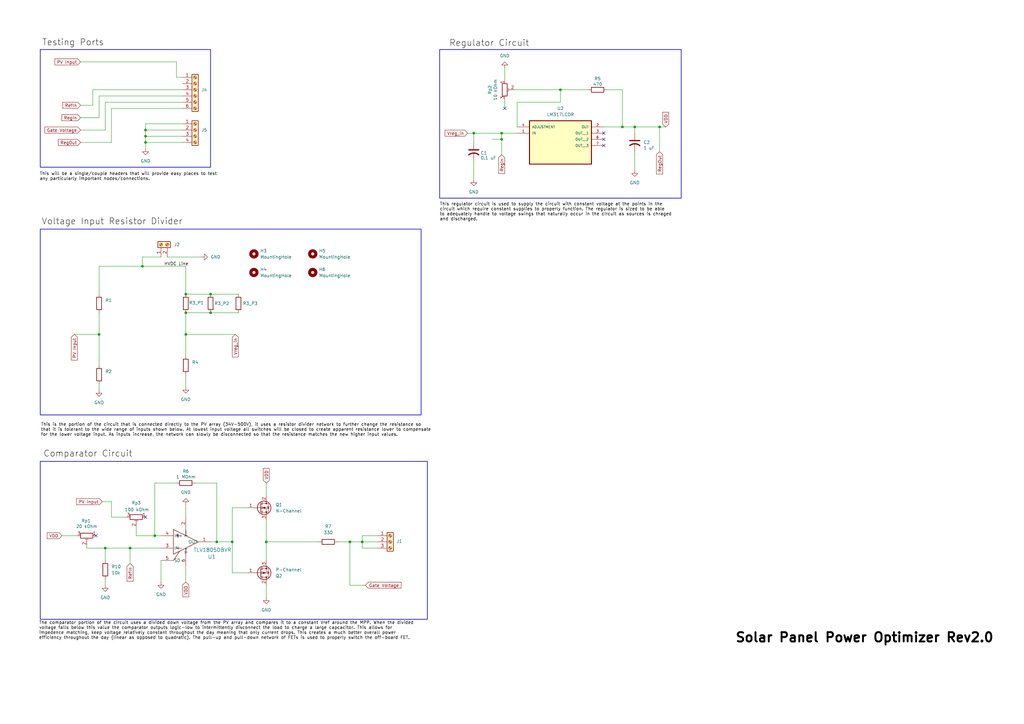
<source format=kicad_sch>
(kicad_sch (version 20250114) (generator "eeschema") (generator_version "9.0")
  (paper "A3")
  (lib_symbols
    (symbol "Connector:Screw_Terminal_01x02" (pin_names (offset 1.016) (hide yes))
      (property "Reference" "J" (at 0 2.54 0))
      (property "Value" "Screw_Terminal_01x02" (at 0 -5.08 0))
      (symbol "Screw_Terminal_01x02_1_1"
        (rectangle (start -1.27 1.27) (end 1.27 -3.81) (stroke (width 0.254)) (fill (type background)))
        (polyline (pts (xy -0.5334 0.3302) (xy 0.3302 -0.508)) (stroke (width 0.1524)))
        (polyline (pts (xy -0.5334 -2.2098) (xy 0.3302 -3.048)) (stroke (width 0.1524)))
        (polyline (pts (xy -0.3556 0.508) (xy 0.508 -0.3302)) (stroke (width 0.1524)))
        (polyline (pts (xy -0.3556 -2.032) (xy 0.508 -2.8702)) (stroke (width 0.1524)))
        (circle (center 0 0) (radius 0.635) (stroke (width 0.1524)))
        (circle (center 0 -2.54) (radius 0.635) (stroke (width 0.1524)))
        (pin passive line (at -5.08 0 0) (length 3.81) (name "Pin_1") (number "1"))
        (pin passive line (at -5.08 -2.54 0) (length 3.81) (name "Pin_2") (number "2"))
      )
    )
    (symbol "Connector:Screw_Terminal_01x03" (pin_names (offset 1.016) (hide yes))
      (property "Reference" "J" (at 0 5.08 0))
      (property "Value" "Screw_Terminal_01x03" (at 0 -5.08 0))
      (symbol "Screw_Terminal_01x03_1_1"
        (rectangle (start -1.27 3.81) (end 1.27 -3.81) (stroke (width 0.254)) (fill (type background)))
        (polyline (pts (xy -0.5334 2.8702) (xy 0.3302 2.032)) (stroke (width 0.1524)))
        (polyline (pts (xy -0.5334 0.3302) (xy 0.3302 -0.508)) (stroke (width 0.1524)))
        (polyline (pts (xy -0.5334 -2.2098) (xy 0.3302 -3.048)) (stroke (width 0.1524)))
        (polyline (pts (xy -0.3556 3.048) (xy 0.508 2.2098)) (stroke (width 0.1524)))
        (polyline (pts (xy -0.3556 0.508) (xy 0.508 -0.3302)) (stroke (width 0.1524)))
        (polyline (pts (xy -0.3556 -2.032) (xy 0.508 -2.8702)) (stroke (width 0.1524)))
        (circle (center 0 2.54) (radius 0.635) (stroke (width 0.1524)))
        (circle (center 0 0) (radius 0.635) (stroke (width 0.1524)))
        (circle (center 0 -2.54) (radius 0.635) (stroke (width 0.1524)))
        (pin passive line (at -5.08 2.54 0) (length 3.81) (name "Pin_1") (number "1"))
        (pin passive line (at -5.08 0 0) (length 3.81) (name "Pin_2") (number "2"))
        (pin passive line (at -5.08 -2.54 0) (length 3.81) (name "Pin_3") (number "3"))
      )
    )
    (symbol "Connector:Screw_Terminal_01x04" (pin_names (offset 1.016) (hide yes))
      (property "Reference" "J" (at 0 5.08 0))
      (property "Value" "Screw_Terminal_01x04" (at 0 -7.62 0))
      (symbol "Screw_Terminal_01x04_1_1"
        (rectangle (start -1.27 3.81) (end 1.27 -6.35) (stroke (width 0.254)) (fill (type background)))
        (polyline (pts (xy -0.5334 2.8702) (xy 0.3302 2.032)) (stroke (width 0.1524)))
        (polyline (pts (xy -0.5334 0.3302) (xy 0.3302 -0.508)) (stroke (width 0.1524)))
        (polyline (pts (xy -0.5334 -2.2098) (xy 0.3302 -3.048)) (stroke (width 0.1524)))
        (polyline (pts (xy -0.5334 -4.7498) (xy 0.3302 -5.588)) (stroke (width 0.1524)))
        (polyline (pts (xy -0.3556 3.048) (xy 0.508 2.2098)) (stroke (width 0.1524)))
        (polyline (pts (xy -0.3556 0.508) (xy 0.508 -0.3302)) (stroke (width 0.1524)))
        (polyline (pts (xy -0.3556 -2.032) (xy 0.508 -2.8702)) (stroke (width 0.1524)))
        (polyline (pts (xy -0.3556 -4.572) (xy 0.508 -5.4102)) (stroke (width 0.1524)))
        (circle (center 0 2.54) (radius 0.635) (stroke (width 0.1524)))
        (circle (center 0 0) (radius 0.635) (stroke (width 0.1524)))
        (circle (center 0 -2.54) (radius 0.635) (stroke (width 0.1524)))
        (circle (center 0 -5.08) (radius 0.635) (stroke (width 0.1524)))
        (pin passive line (at -5.08 2.54 0) (length 3.81) (name "Pin_1") (number "1"))
        (pin passive line (at -5.08 0 0) (length 3.81) (name "Pin_2") (number "2"))
        (pin passive line (at -5.08 -2.54 0) (length 3.81) (name "Pin_3") (number "3"))
        (pin passive line (at -5.08 -5.08 0) (length 3.81) (name "Pin_4") (number "4"))
      )
    )
    (symbol "Connector:Screw_Terminal_01x06" (pin_names (offset 1.016) (hide yes))
      (property "Reference" "J" (at 0 7.62 0))
      (property "Value" "Screw_Terminal_01x06" (at 0 -10.16 0))
      (symbol "Screw_Terminal_01x06_1_1"
        (rectangle (start -1.27 6.35) (end 1.27 -8.89) (stroke (width 0.254)) (fill (type background)))
        (polyline (pts (xy -0.5334 5.4102) (xy 0.3302 4.572)) (stroke (width 0.1524)))
        (polyline (pts (xy -0.5334 2.8702) (xy 0.3302 2.032)) (stroke (width 0.1524)))
        (polyline (pts (xy -0.5334 0.3302) (xy 0.3302 -0.508)) (stroke (width 0.1524)))
        (polyline (pts (xy -0.5334 -2.2098) (xy 0.3302 -3.048)) (stroke (width 0.1524)))
        (polyline (pts (xy -0.5334 -4.7498) (xy 0.3302 -5.588)) (stroke (width 0.1524)))
        (polyline (pts (xy -0.5334 -7.2898) (xy 0.3302 -8.128)) (stroke (width 0.1524)))
        (polyline (pts (xy -0.3556 5.588) (xy 0.508 4.7498)) (stroke (width 0.1524)))
        (polyline (pts (xy -0.3556 3.048) (xy 0.508 2.2098)) (stroke (width 0.1524)))
        (polyline (pts (xy -0.3556 0.508) (xy 0.508 -0.3302)) (stroke (width 0.1524)))
        (polyline (pts (xy -0.3556 -2.032) (xy 0.508 -2.8702)) (stroke (width 0.1524)))
        (polyline (pts (xy -0.3556 -4.572) (xy 0.508 -5.4102)) (stroke (width 0.1524)))
        (polyline (pts (xy -0.3556 -7.112) (xy 0.508 -7.9502)) (stroke (width 0.1524)))
        (circle (center 0 5.08) (radius 0.635) (stroke (width 0.1524)))
        (circle (center 0 2.54) (radius 0.635) (stroke (width 0.1524)))
        (circle (center 0 0) (radius 0.635) (stroke (width 0.1524)))
        (circle (center 0 -2.54) (radius 0.635) (stroke (width 0.1524)))
        (circle (center 0 -5.08) (radius 0.635) (stroke (width 0.1524)))
        (circle (center 0 -7.62) (radius 0.635) (stroke (width 0.1524)))
        (pin passive line (at -5.08 5.08 0) (length 3.81) (name "Pin_1") (number "1"))
        (pin passive line (at -5.08 2.54 0) (length 3.81) (name "Pin_2") (number "2"))
        (pin passive line (at -5.08 0 0) (length 3.81) (name "Pin_3") (number "3"))
        (pin passive line (at -5.08 -2.54 0) (length 3.81) (name "Pin_4") (number "4"))
        (pin passive line (at -5.08 -5.08 0) (length 3.81) (name "Pin_5") (number "5"))
        (pin passive line (at -5.08 -7.62 0) (length 3.81) (name "Pin_6") (number "6"))
      )
    )
    (symbol "Device:C_US" (pin_numbers (hide yes)) (pin_names (offset 0.254) (hide yes))
      (property "Reference" "C" (at 0.635 2.54 0))
      (property "Value" "C_US" (at 0.635 -2.54 0))
      (symbol "C_US_0_1"
        (polyline (pts (xy -2.032 0.762) (xy 2.032 0.762)) (stroke (width 0.508)))
        (arc (start -2.032 -1.27) (mid 0 -0.5572) (end 2.032 -1.27) (stroke (width 0.508)))
      )
      (symbol "C_US_1_1"
        (pin passive line (at 0 3.81 270) (length 2.794) (name "~") (number "1"))
        (pin passive line (at 0 -3.81 90) (length 3.302) (name "~") (number "2"))
      )
    )
    (symbol "Device:R" (pin_numbers (hide yes)) (pin_names (offset 0))
      (property "Reference" "R" (at 2.032 0 90))
      (property "Value" "R" (at 0 0 90))
      (symbol "R_0_1"
        (rectangle (start -1.016 -2.54) (end 1.016 2.54) (stroke (width 0.254)))
      )
      (symbol "R_1_1"
        (pin passive line (at 0 3.81 270) (length 1.27) (name "~") (number "1"))
        (pin passive line (at 0 -3.81 90) (length 1.27) (name "~") (number "2"))
      )
    )
    (symbol "Device:R_Potentiometer_Trim" (pin_names (offset 1.016) (hide yes))
      (property "Reference" "RV" (at -4.445 0 90))
      (property "Value" "R_Potentiometer_Trim" (at -2.54 0 90))
      (symbol "R_Potentiometer_Trim_0_1"
        (rectangle (start 1.016 2.54) (end -1.016 -2.54) (stroke (width 0.254)))
        (polyline (pts (xy 1.524 0.762) (xy 1.524 -0.762)))
        (polyline (pts (xy 2.54 0) (xy 1.524 0)))
      )
      (symbol "R_Potentiometer_Trim_1_1"
        (pin passive line (at 0 3.81 270) (length 1.27) (name "1") (number "1"))
        (pin passive line (at 0 -3.81 90) (length 1.27) (name "3") (number "3"))
        (pin passive line (at 3.81 0 180) (length 1.27) (name "2") (number "2"))
      )
    )
    (symbol "Mechanical:MountingHole" (pin_names (offset 1.016)) (in_bom no)
      (property "Reference" "H" (at 0 5.08 0))
      (property "Value" "MountingHole" (at 0 3.175 0))
      (symbol "MountingHole_0_1"
        (circle (center 0 0) (radius 1.27) (stroke (width 1.27)))
      )
    )
    (symbol "New Comparator:TLV1805DBVR" (pin_names (offset 0.254))
      (property "Reference" "U" (at 0 2.54 0))
      (property "Value" "TLV1805DBVR" (at 0 0 0))
      (symbol "TLV1805DBVR_0_1"
        (polyline (pts (xy -5.08 5.08) (xy -5.08 -5.08)) (stroke (width 0.2032)))
        (polyline (pts (xy -5.08 5.08) (xy 5.08 0)) (stroke (width 0.2032)))
        (polyline (pts (xy -5.08 -5.08) (xy 5.08 0)) (stroke (width 0.2032)))
        (polyline (pts (xy -4.064 2.54) (xy -2.54 2.54)) (stroke (width 0.2032)))
        (polyline (pts (xy -4.064 -2.54) (xy -2.54 -2.54)) (stroke (width 0.2032)))
        (polyline (pts (xy -3.302 -1.778) (xy -3.302 -3.302)) (stroke (width 0.2032)))
        (polyline (pts (xy -2.54 3.81) (xy -5.08 7.62)) (stroke (width 0.2032)))
        (polyline (pts (xy 0 5.08) (xy 0 2.54)) (stroke (width 0.2032)))
        (polyline (pts (xy 0 -2.54) (xy 0 -5.08)) (stroke (width 0.2032)))
        (pin input line (at -10.16 7.62 0) (length 5.08) (name "SD") (number "5"))
        (pin input line (at -10.16 2.54 0) (length 5.08) (name "IN-") (number "3"))
        (pin input line (at -10.16 -2.54 0) (length 5.08) (name "IN+") (number "4"))
        (pin power_in line (at 0 10.16 270) (length 5.08) (name "V+") (number "6"))
        (pin power_in line (at 0 -10.16 90) (length 5.08) (name "V-") (number "2"))
        (pin output line (at 10.16 0 180) (length 5.08) (name "OUT") (number "1"))
      )
    )
    (symbol "Transistor_FET:QM6006D" (pin_names (hide yes))
      (property "Reference" "Q" (at 5.08 1.905 0))
      (property "Value" "QM6006D" (at 5.08 0 0))
      (symbol "QM6006D_0_1"
        (polyline (pts (xy 0.254 1.905) (xy 0.254 -1.905)) (stroke (width 0.254)))
        (polyline (pts (xy 0.254 0) (xy -2.54 0)))
        (polyline (pts (xy 0.762 2.286) (xy 0.762 1.27)) (stroke (width 0.254)))
        (polyline (pts (xy 0.762 0.508) (xy 0.762 -0.508)) (stroke (width 0.254)))
        (polyline (pts (xy 0.762 -1.27) (xy 0.762 -2.286)) (stroke (width 0.254)))
        (polyline (pts (xy 0.762 -1.778) (xy 3.302 -1.778) (xy 3.302 1.778) (xy 0.762 1.778)))
        (polyline (pts (xy 1.016 0) (xy 2.032 0.381) (xy 2.032 -0.381) (xy 1.016 0)) (fill (type outline)))
        (circle (center 1.651 0) (radius 2.794) (stroke (width 0.254)))
        (polyline (pts (xy 2.54 2.54) (xy 2.54 1.778)))
        (circle (center 2.54 1.778) (radius 0.254) (fill (type outline)))
        (circle (center 2.54 -1.778) (radius 0.254) (fill (type outline)))
        (polyline (pts (xy 2.54 -2.54) (xy 2.54 0) (xy 0.762 0)))
        (polyline (pts (xy 2.794 0.508) (xy 2.921 0.381) (xy 3.683 0.381) (xy 3.81 0.254)))
        (polyline (pts (xy 3.302 0.381) (xy 2.921 -0.254) (xy 3.683 -0.254) (xy 3.302 0.381)))
      )
      (symbol "QM6006D_1_1"
        (pin input line (at -5.08 0 0) (length 2.54) (name "G") (number "1"))
        (pin passive line (at 2.54 5.08 270) (length 2.54) (name "D") (number "2"))
        (pin passive line (at 2.54 -5.08 90) (length 2.54) (name "S") (number "3"))
      )
    )
    (symbol "Transistor_FET:QM6015D" (pin_names (hide yes))
      (property "Reference" "Q" (at 5.08 1.905 0))
      (property "Value" "QM6015D" (at 5.08 0 0))
      (symbol "QM6015D_0_1"
        (polyline (pts (xy 0.254 1.905) (xy 0.254 -1.905)) (stroke (width 0.254)))
        (polyline (pts (xy 0.254 0) (xy -2.54 0)))
        (polyline (pts (xy 0.762 2.286) (xy 0.762 1.27)) (stroke (width 0.254)))
        (polyline (pts (xy 0.762 1.778) (xy 3.302 1.778) (xy 3.302 -1.778) (xy 0.762 -1.778)))
        (polyline (pts (xy 0.762 0.508) (xy 0.762 -0.508)) (stroke (width 0.254)))
        (polyline (pts (xy 0.762 -1.27) (xy 0.762 -2.286)) (stroke (width 0.254)))
        (circle (center 1.651 0) (radius 2.794) (stroke (width 0.254)))
        (polyline (pts (xy 2.286 0) (xy 1.27 0.381) (xy 1.27 -0.381) (xy 2.286 0)) (fill (type outline)))
        (polyline (pts (xy 2.54 2.54) (xy 2.54 1.778)))
        (circle (center 2.54 1.778) (radius 0.254) (fill (type outline)))
        (circle (center 2.54 -1.778) (radius 0.254) (fill (type outline)))
        (polyline (pts (xy 2.54 -2.54) (xy 2.54 0) (xy 0.762 0)))
        (polyline (pts (xy 2.794 -0.508) (xy 2.921 -0.381) (xy 3.683 -0.381) (xy 3.81 -0.254)))
        (polyline (pts (xy 3.302 -0.381) (xy 2.921 0.254) (xy 3.683 0.254) (xy 3.302 -0.381)))
      )
      (symbol "QM6015D_1_1"
        (pin passive line (at -5.08 0 0) (length 2.54) (name "G") (number "1"))
        (pin passive line (at 2.54 5.08 270) (length 2.54) (name "D") (number "2"))
        (pin passive line (at 2.54 -5.08 90) (length 2.54) (name "S") (number "3"))
      )
    )
    (symbol "Voltage Regulator (Optimizer):LM317LCDR" (pin_names (offset 1.016))
      (property "Reference" "U" (at -12.7 6.08 0))
      (property "Value" "LM317LCDR" (at -12.7 -16.7 0))
      (symbol "LM317LCDR_0_0"
        (rectangle (start -12.7 -12.7) (end 12.7 5.08) (stroke (width 0.41)) (fill (type background)))
        (pin input line (at -17.78 2.54 0) (length 5.08) (name "ADJUSTMENT") (number "4"))
        (pin input line (at -17.78 0 0) (length 5.08) (name "IN") (number "1"))
        (pin output line (at 17.78 2.54 180) (length 5.08) (name "OUT") (number "2"))
        (pin output line (at 17.78 0 180) (length 5.08) (name "OUT__1") (number "3"))
        (pin output line (at 17.78 -2.54 180) (length 5.08) (name "OUT__2") (number "6"))
        (pin output line (at 17.78 -5.08 180) (length 5.08) (name "OUT__3") (number "7"))
      )
    )
    (symbol "power:GND" (power) (pin_numbers (hide yes)) (pin_names (offset 0) (hide yes))
      (property "Value" "GND" (at 0 -3.81 0))
      (symbol "GND_0_1"
        (polyline (pts (xy 0 0) (xy 0 -1.27) (xy 1.27 -1.27) (xy 0 -2.54) (xy -1.27 -1.27) (xy 0 -1.27)))
      )
      (symbol "GND_1_1"
        (pin power_in line (at 0 0 270) (length 0) (name "~") (number "1"))
      )
    )
  )
  (rectangle (start 180.34 20.32) (end 279.4 81.28) (stroke (width 0.254)))
  (rectangle (start 16.51 20.32) (end 86.36 68.58) (stroke (width 0.254)))
  (rectangle (start 16.51 93.98) (end 172.72 170.18) (stroke (width 0.254)))
  (rectangle (start 16.51 189.23) (end 175.26 254) (stroke (width 0.254)))
  (text "The comparator portion of the circuit uses a divided down voltage from the PV array and compares it to a constant Vref around the MPP. When the divided \nvoltage falls below this value the comparator outputs logic-low to intermittently disconnect the load to charge a large capcacitor. This allows for \nimpedence matching, keep voltage relatively constant throughout the day meaning that only current drops. This creates a much better overall power \nefficiency throughout the day (linear as opposed to quadratic). The pull-up and pull-down network of FETs is used to properly switch the off-board FET. " (at 16.002 258.572 0) (effects (font (size 1.27 1.27)) (justify left)))
  (text "Voltage Input Resistor Divider" (at 45.974 90.932 0) (effects (font (size 2.54 2.54))))
  (text "This is the portion of the circuit that is connected directly to the PV array (34V-500V), it uses a resistor divider network to further change the resistance so \nthat it is tolerant to the wide range of inputs shown below. At lowest input voltage all switches will be closed to create apparent resistance lower to compensate \nfor the lower voltage input. As inputs increase, the network can slowly be disconnected so that the resistance matches the new higher input values." (at 16.764 176.276 0) (effects (font (size 1.27 1.27)) (justify left)))
  (text "Solar Panel Power Optimizer Rev2.0" (at 354.584 261.62 0) (effects (font (size 3.81 3.81) (thickness 0.762) (bold yes))))
  (text "This will be a single/couple headers that will provide easy places to test \nany particularly important nodes/connections." (at 16.256 72.39 0) (effects (font (size 1.27 1.27)) (justify left)))
  (text "Testing Ports" (at 29.972 17.526 0) (effects (font (size 2.54 2.54))))
  (text "This regulator circuit is used to supply the circuit with constant voltage at the points in the \ncircuit which require constant supplies to properly function. The regulator is sized to be able \nto adequately handle to voltage swings that naturally occur in the circuit as sources is chraged \nand discharged." (at 180.34 86.868 0) (effects (font (size 1.27 1.27)) (justify left)))
  (text "Comparator Circuit" (at 36.068 186.182 0) (effects (font (size 2.54 2.54))))
  (text "Regulator Circuit" (at 200.66 17.78 0) (effects (font (size 2.54 2.54))))
  (junction (at 76.2 137.16))
  (junction (at 255.27 52.07))
  (junction (at 59.69 55.88))
  (junction (at 95.25 222.25))
  (junction (at 109.22 222.25))
  (junction (at 205.74 57.15))
  (junction (at 43.18 224.79))
  (junction (at 143.51 222.25))
  (junction (at 260.35 52.07))
  (junction (at 88.9 222.25))
  (junction (at 148.59 222.25))
  (junction (at 59.69 58.42))
  (junction (at 270.51 52.07))
  (junction (at 59.69 53.34))
  (junction (at 76.2 128.27))
  (junction (at 63.5 219.71))
  (junction (at 229.87 36.83))
  (junction (at 194.31 54.61))
  (junction (at 53.34 224.79))
  (junction (at 86.36 120.65))
  (junction (at 76.2 120.65))
  (junction (at 86.36 128.27))
  (junction (at 40.64 137.16))
  (junction (at 205.74 54.61))
  (junction (at 58.42 109.22))
  (no_connect (at 247.65 57.15))
  (no_connect (at 247.65 59.69))
  (no_connect (at 207.01 44.45))
  (no_connect (at 247.65 54.61))
  (no_connect (at 39.37 219.71))
  (no_connect (at 59.69 212.09))
  (wire (pts (xy 86.36 120.65) (xy 97.79 120.65)))
  (wire (pts (xy 154.94 219.71) (xy 148.59 219.71)))
  (wire (pts (xy 229.87 36.83) (xy 241.3 36.83)))
  (wire (pts (xy 212.09 52.07) (xy 212.09 41.91)))
  (wire (pts (xy 40.64 128.27) (xy 40.64 137.16)))
  (wire (pts (xy 260.35 62.23) (xy 260.35 69.85)))
  (wire (pts (xy 43.18 237.49) (xy 43.18 240.03)))
  (wire (pts (xy 76.2 120.65) (xy 76.2 109.22)))
  (wire (pts (xy 55.88 219.71) (xy 63.5 219.71)))
  (wire (pts (xy 109.22 240.03) (xy 109.22 245.11)))
  (wire (pts (xy 45.72 44.45) (xy 74.93 44.45)))
  (wire (pts (xy 58.42 105.41) (xy 58.42 109.22)))
  (wire (pts (xy 40.64 48.26) (xy 40.64 39.37)))
  (wire (pts (xy 109.22 222.25) (xy 130.81 222.25)))
  (wire (pts (xy 59.69 53.34) (xy 59.69 50.8)))
  (wire (pts (xy 255.27 52.07) (xy 255.27 36.83)))
  (wire (pts (xy 247.65 52.07) (xy 255.27 52.07)))
  (wire (pts (xy 59.69 50.8) (xy 74.93 50.8)))
  (wire (pts (xy 74.93 31.75) (xy 72.39 31.75)))
  (wire (pts (xy 66.04 105.41) (xy 58.42 105.41)))
  (wire (pts (xy 88.9 198.12) (xy 80.01 198.12)))
  (wire (pts (xy 59.69 58.42) (xy 74.93 58.42)))
  (wire (pts (xy 270.51 52.07) (xy 273.05 52.07)))
  (wire (pts (xy 38.1 36.83) (xy 74.93 36.83)))
  (wire (pts (xy 76.2 153.67) (xy 76.2 158.75)))
  (wire (pts (xy 72.39 31.75) (xy 72.39 25.4)))
  (wire (pts (xy 43.18 224.79) (xy 53.34 224.79)))
  (wire (pts (xy 43.18 224.79) (xy 35.56 224.79)))
  (wire (pts (xy 59.69 60.96) (xy 59.69 58.42)))
  (wire (pts (xy 76.2 137.16) (xy 76.2 146.05)))
  (wire (pts (xy 43.18 229.87) (xy 43.18 224.79)))
  (wire (pts (xy 255.27 52.07) (xy 260.35 52.07)))
  (wire (pts (xy 143.51 222.25) (xy 148.59 222.25)))
  (wire (pts (xy 143.51 222.25) (xy 143.51 240.03)))
  (wire (pts (xy 40.64 137.16) (xy 40.64 149.86)))
  (wire (pts (xy 58.42 109.22) (xy 76.2 109.22)))
  (wire (pts (xy 191.77 54.61) (xy 194.31 54.61)))
  (wire (pts (xy 205.74 57.15) (xy 205.74 63.5)))
  (wire (pts (xy 86.36 128.27) (xy 97.79 128.27)))
  (wire (pts (xy 95.25 222.25) (xy 95.25 234.95)))
  (wire (pts (xy 95.25 222.25) (xy 95.25 208.28)))
  (wire (pts (xy 59.69 53.34) (xy 74.93 53.34)))
  (wire (pts (xy 76.2 137.16) (xy 96.52 137.16)))
  (wire (pts (xy 207.01 27.94) (xy 207.01 33.02)))
  (wire (pts (xy 148.59 224.79) (xy 148.59 222.25)))
  (wire (pts (xy 109.22 213.36) (xy 109.22 222.25)))
  (wire (pts (xy 86.36 222.25) (xy 88.9 222.25)))
  (wire (pts (xy 270.51 52.07) (xy 270.51 62.23)))
  (wire (pts (xy 205.74 54.61) (xy 212.09 54.61)))
  (wire (pts (xy 109.22 222.25) (xy 109.22 229.87)))
  (wire (pts (xy 53.34 224.79) (xy 66.04 224.79)))
  (wire (pts (xy 212.09 41.91) (xy 229.87 41.91)))
  (wire (pts (xy 194.31 54.61) (xy 205.74 54.61)))
  (wire (pts (xy 248.92 36.83) (xy 255.27 36.83)))
  (wire (pts (xy 45.72 205.74) (xy 45.72 212.09)))
  (wire (pts (xy 30.48 137.16) (xy 40.64 137.16)))
  (wire (pts (xy 95.25 208.28) (xy 101.6 208.28)))
  (wire (pts (xy 52.07 212.09) (xy 45.72 212.09)))
  (wire (pts (xy 88.9 222.25) (xy 95.25 222.25)))
  (wire (pts (xy 76.2 128.27) (xy 86.36 128.27)))
  (wire (pts (xy 38.1 43.18) (xy 38.1 36.83)))
  (wire (pts (xy 207.01 44.45) (xy 207.01 40.64)))
  (wire (pts (xy 55.88 215.9) (xy 55.88 219.71)))
  (wire (pts (xy 33.02 58.42) (xy 45.72 58.42)))
  (wire (pts (xy 201.93 57.15) (xy 205.74 57.15)))
  (wire (pts (xy 109.22 198.12) (xy 109.22 203.2)))
  (wire (pts (xy 229.87 36.83) (xy 210.82 36.83)))
  (wire (pts (xy 33.02 53.34) (xy 43.18 53.34)))
  (wire (pts (xy 43.18 53.34) (xy 43.18 41.91)))
  (wire (pts (xy 68.58 105.41) (xy 82.55 105.41)))
  (wire (pts (xy 33.02 43.18) (xy 38.1 43.18)))
  (wire (pts (xy 40.64 109.22) (xy 58.42 109.22)))
  (wire (pts (xy 40.64 39.37) (xy 74.93 39.37)))
  (wire (pts (xy 154.94 224.79) (xy 148.59 224.79)))
  (wire (pts (xy 229.87 36.83) (xy 229.87 41.91)))
  (wire (pts (xy 33.02 25.4) (xy 72.39 25.4)))
  (wire (pts (xy 260.35 54.61) (xy 260.35 52.07)))
  (wire (pts (xy 148.59 219.71) (xy 148.59 222.25)))
  (wire (pts (xy 63.5 219.71) (xy 63.5 198.12)))
  (wire (pts (xy 59.69 55.88) (xy 59.69 58.42)))
  (wire (pts (xy 205.74 54.61) (xy 205.74 57.15)))
  (wire (pts (xy 63.5 198.12) (xy 72.39 198.12)))
  (wire (pts (xy 33.02 48.26) (xy 40.64 48.26)))
  (wire (pts (xy 41.91 205.74) (xy 45.72 205.74)))
  (wire (pts (xy 40.64 109.22) (xy 40.64 120.65)))
  (wire (pts (xy 194.31 66.04) (xy 194.31 73.66)))
  (wire (pts (xy 194.31 58.42) (xy 194.31 54.61)))
  (wire (pts (xy 53.34 224.79) (xy 53.34 231.14)))
  (wire (pts (xy 260.35 52.07) (xy 270.51 52.07)))
  (wire (pts (xy 43.18 41.91) (xy 74.93 41.91)))
  (wire (pts (xy 143.51 240.03) (xy 149.86 240.03)))
  (wire (pts (xy 45.72 58.42) (xy 45.72 44.45)))
  (wire (pts (xy 148.59 222.25) (xy 154.94 222.25)))
  (wire (pts (xy 35.56 224.79) (xy 35.56 223.52)))
  (wire (pts (xy 66.04 229.87) (xy 66.04 238.76)))
  (wire (pts (xy 76.2 207.01) (xy 76.2 212.09)))
  (wire (pts (xy 76.2 120.65) (xy 86.36 120.65)))
  (wire (pts (xy 74.93 55.88) (xy 59.69 55.88)))
  (wire (pts (xy 76.2 232.41) (xy 76.2 238.76)))
  (wire (pts (xy 95.25 234.95) (xy 101.6 234.95)))
  (wire (pts (xy 40.64 157.48) (xy 40.64 160.02)))
  (wire (pts (xy 25.4 219.71) (xy 31.75 219.71)))
  (wire (pts (xy 76.2 128.27) (xy 76.2 137.16)))
  (wire (pts (xy 138.43 222.25) (xy 143.51 222.25)))
  (wire (pts (xy 88.9 222.25) (xy 88.9 198.12)))
  (wire (pts (xy 59.69 55.88) (xy 59.69 53.34)))
  (wire (pts (xy 63.5 219.71) (xy 66.04 219.71)))
  (label "HVDC Line" (at 67.31 109.22 0))
  (global_label "RefIn" (shape input) (at 53.34 231.14 270) (property "Intersheetrefs" "${INTERSHEET_REFS}" (effects (hide yes))))
  (global_label "RegOut" (shape input) (at 270.51 62.23 270) (property "Intersheetrefs" "${INTERSHEET_REFS}" (effects (hide yes))))
  (global_label "VDD" (shape input) (at 25.4 219.71 180) (property "Intersheetrefs" "${INTERSHEET_REFS}" (effects (hide yes))))
  (global_label "VDD" (shape input) (at 273.05 52.07 90) (property "Intersheetrefs" "${INTERSHEET_REFS}" (effects (hide yes))))
  (global_label "RegIn" (shape input) (at 205.74 63.5 270) (property "Intersheetrefs" "${INTERSHEET_REFS}" (effects (hide yes))))
  (global_label "Vreg_in" (shape input) (at 96.52 137.16 270) (property "Intersheetrefs" "${INTERSHEET_REFS}" (effects (hide yes))))
  (global_label "RefIn" (shape input) (at 33.02 43.18 180) (property "Intersheetrefs" "${INTERSHEET_REFS}" (effects (hide yes))))
  (global_label "RegIn" (shape input) (at 33.02 48.26 180) (property "Intersheetrefs" "${INTERSHEET_REFS}" (effects (hide yes))))
  (global_label "VDD" (shape input) (at 76.2 238.76 270) (property "Intersheetrefs" "${INTERSHEET_REFS}" (effects (hide yes))))
  (global_label "VDD" (shape input) (at 109.22 198.12 90) (property "Intersheetrefs" "${INTERSHEET_REFS}" (effects (hide yes))))
  (global_label "PV Input" (shape input) (at 33.02 25.4 180) (property "Intersheetrefs" "${INTERSHEET_REFS}" (effects (hide yes))))
  (global_label "PV Input" (shape input) (at 30.48 137.16 270) (property "Intersheetrefs" "${INTERSHEET_REFS}" (effects (hide yes))))
  (global_label "PV Input" (shape input) (at 41.91 205.74 180) (property "Intersheetrefs" "${INTERSHEET_REFS}" (effects (hide yes))))
  (global_label "Vreg_in" (shape input) (at 191.77 54.61 180) (property "Intersheetrefs" "${INTERSHEET_REFS}" (effects (hide yes))))
  (global_label "Gate Voltage" (shape input) (at 149.86 240.03 0) (property "Intersheetrefs" "${INTERSHEET_REFS}" (effects (hide yes))))
  (global_label "Gate Voltage" (shape input) (at 33.02 53.34 180) (property "Intersheetrefs" "${INTERSHEET_REFS}" (effects (hide yes))))
  (global_label "RegOut" (shape input) (at 33.02 58.42 180) (property "Intersheetrefs" "${INTERSHEET_REFS}" (effects (hide yes))))
  (symbol (lib_id "Device:R") (at 40.64 153.67 0) (unit 1)
    (property "Reference" "R2" (at 43.18 152.3999 0) (effects (justify left)))
    (property "Value" "R" (effects (hide yes)))
    (property "Footprint" "Resistor_THT:R_Axial_DIN0207_L6.3mm_D2.5mm_P10.16mm_Horizontal" (effects (hide yes)))
    (property "Description" "Resistor" (effects (hide yes)))
  )
  (symbol (lib_id "power:GND") (at 59.69 60.96 0) (unit 1)
    (property "Reference" "#PWR04" (effects (hide yes)))
    (property "Value" "GND" (at 59.69 66.04 0))
    (property "Description" "Power symbol creates a global label with name \"GND\" , ground" (effects (hide yes)))
  )
  (symbol (lib_id "power:GND") (at 82.55 105.41 90) (unit 1)
    (property "Reference" "#PWR07" (effects (hide yes)))
    (property "Value" "GND" (at 86.36 105.4099 90) (effects (justify right)))
    (property "Description" "Power symbol creates a global label with name \"GND\" , ground" (effects (hide yes)))
  )
  (symbol (lib_id "Device:R") (at 97.79 124.46 0) (unit 1)
    (property "Reference" "R3_P3" (at 99.568 124.46 0) (effects (justify left)))
    (property "Value" "R" (effects (hide yes)))
    (property "Footprint" "Resistor_THT:R_Axial_DIN0617_L17.0mm_D6.0mm_P20.32mm_Horizontal" (effects (hide yes)))
    (property "Description" "Resistor" (effects (hide yes)))
  )
  (symbol (lib_id "Transistor_FET:QM6006D") (at 106.68 208.28 0) (unit 1)
    (property "Reference" "Q1" (at 113.03 207.0099 0) (effects (justify left)))
    (property "Value" "N-Channel" (at 113.03 209.5499 0) (effects (justify left)))
    (property "Footprint" "Package_TO_SOT_SMD:SOT-23-3" (effects (hide yes)))
    (property "Datasheet" "http://www.jaolen.com/images/pdf/QM6006D.pdf" (effects (hide yes)))
    (property "Description" "35A Id, 60V Vds, N-Channel Power MOSFET, 18mOhm Ron, 19.3nC Qg (typ), TO252" (effects (hide yes)))
  )
  (symbol (lib_id "Device:R") (at 43.18 233.68 0) (unit 1)
    (property "Reference" "R10" (at 45.72 232.4099 0) (effects (justify left)))
    (property "Value" "10k" (at 45.72 234.9499 0) (effects (justify left)))
    (property "Footprint" "Resistor_SMD:R_0805_2012Metric_Pad1.20x1.40mm_HandSolder" (effects (hide yes)))
    (property "Description" "Resistor" (effects (hide yes)))
  )
  (symbol (lib_id "Mechanical:MountingHole") (at 128.27 111.76 0) (unit 1) (in_bom no)
    (property "Reference" "H6" (at 130.81 110.4899 0) (effects (justify left)))
    (property "Value" "MountingHole" (at 130.81 113.0299 0) (effects (justify left)))
    (property "Footprint" "MountingHole:MountingHole_4.3mm_M4_DIN965_Pad" (effects (hide yes)))
    (property "Description" "Mounting Hole without connection" (effects (hide yes)))
  )
  (symbol (lib_id "New Comparator:TLV1805DBVR") (at 76.2 222.25 0) (mirror x) (unit 1)
    (property "Reference" "U1" (at 86.868 228.346 0) (effects (font (size 1.524 1.524))))
    (property "Value" "TLV1805DBVR" (at 87.122 225.552 0) (effects (font (size 1.524 1.524))))
    (property "Footprint" "Package_TO_SOT_SMD:TSOT-23-6_HandSoldering" (effects (hide yes)))
    (property "Datasheet" "TLV1805DBVR" (effects (hide yes)))
  )
  (symbol (lib_id "Connector:Screw_Terminal_01x03") (at 160.02 222.25 0) (unit 1)
    (property "Reference" "J1" (at 162.56 221.996 0) (effects (justify left)))
    (property "Value" "Screw_Terminal_01x03" (effects (hide yes)))
    (property "Footprint" "TerminalBlock_TE-Connectivity:TerminalBlock_TE_282834-3_1x03_P2.54mm_Horizontal" (effects (hide yes)))
    (property "Description" "Generic screw terminal, single row, 01x03, script generated (kicad-library-utils/schlib/autogen/connector/)" (effects (hide yes)))
  )
  (symbol (lib_id "Transistor_FET:QM6015D") (at 106.68 234.95 0) (mirror x) (unit 1)
    (property "Reference" "Q2" (at 113.03 236.2201 0) (effects (justify left)))
    (property "Value" "P-Channel" (at 113.03 233.6801 0) (effects (justify left)))
    (property "Footprint" "Package_TO_SOT_SMD:SOT-23-3" (effects (hide yes)))
    (property "Datasheet" "http://www.jaolen.com/images/pdf/QM6015D.pdf" (effects (hide yes)))
    (property "Description" "-35A Id, -60V Vds, P-Channel Power MOSFET, 25mOhm Ron, 25.0nC Qg (typ), TO252" (effects (hide yes)))
  )
  (symbol (lib_id "power:GND") (at 66.04 238.76 0) (unit 1)
    (property "Reference" "#PWR01" (effects (hide yes)))
    (property "Value" "GND" (at 66.04 243.84 0))
    (property "Description" "Power symbol creates a global label with name \"GND\" , ground" (effects (hide yes)))
  )
  (symbol (lib_id "power:GND") (at 207.01 27.94 180) (unit 1)
    (property "Reference" "#PWR014" (effects (hide yes)))
    (property "Value" "GND" (at 207.01 22.86 0))
    (property "Description" "Power symbol creates a global label with name \"GND\" , ground" (effects (hide yes)))
  )
  (symbol (lib_id "Device:R_Potentiometer_Trim") (at 55.88 212.09 270) (unit 1)
    (property "Reference" "Rp3" (at 55.88 206.248 90))
    (property "Value" "100 kOhm" (at 56.134 209.042 90))
    (property "Footprint" "Solar Potentiometer:TRIM_3362P-1-253LF" (effects (hide yes)))
    (property "Description" "Trim-potentiometer" (effects (hide yes)))
  )
  (symbol (lib_id "Voltage Regulator (Optimizer):LM317LCDR") (at 229.87 54.61 0) (unit 1)
    (property "Reference" "U2" (at 229.87 44.45 0))
    (property "Value" "LM317LCDR" (at 229.87 46.99 0))
    (property "Footprint" "Package_SO:SOIC-8_5.3x6.2mm_P1.27mm" (effects (hide yes)))
  )
  (symbol (lib_id "Device:C_US") (at 194.31 62.23 0) (unit 1)
    (property "Reference" "C1" (at 197.104 62.738 0) (effects (justify left)))
    (property "Value" "0.1 uF" (at 197.104 64.77 0) (effects (justify left)))
    (property "Footprint" "Capacitor_SMD:C_0805_2012Metric_Pad1.18x1.45mm_HandSolder" (effects (hide yes)))
    (property "Description" "capacitor, US symbol" (effects (hide yes)))
  )
  (symbol (lib_id "power:GND") (at 43.18 240.03 0) (unit 1)
    (property "Reference" "#PWR06" (effects (hide yes)))
    (property "Value" "GND" (at 43.18 245.11 0))
    (property "Description" "Power symbol creates a global label with name \"GND\" , ground" (effects (hide yes)))
  )
  (symbol (lib_id "Device:R") (at 40.64 124.46 0) (unit 1)
    (property "Reference" "R1" (at 43.18 123.1899 0) (effects (justify left)))
    (property "Value" "R" (effects (hide yes)))
    (property "Footprint" "Resistor_THT:R_Axial_DIN0207_L6.3mm_D2.5mm_P10.16mm_Horizontal" (effects (hide yes)))
    (property "Description" "Resistor" (effects (hide yes)))
  )
  (symbol (lib_id "Connector:Screw_Terminal_01x04") (at 80.01 53.34 0) (unit 1)
    (property "Reference" "J5" (at 82.55 53.3399 0) (effects (justify left)))
    (property "Value" "Screw_Terminal_01x04" (effects (hide yes)))
    (property "Footprint" "TerminalBlock_TE-Connectivity:TerminalBlock_TE_282834-4_1x04_P2.54mm_Horizontal" (effects (hide yes)))
    (property "Description" "Generic screw terminal, single row, 01x04, script generated (kicad-library-utils/schlib/autogen/connector/)" (effects (hide yes)))
  )
  (symbol (lib_id "Device:R") (at 134.62 222.25 90) (unit 1)
    (property "Reference" "R7" (at 134.62 215.9 90))
    (property "Value" "330" (at 134.62 218.44 90))
    (property "Footprint" "Resistor_SMD:R_0805_2012Metric_Pad1.20x1.40mm_HandSolder" (effects (hide yes)))
    (property "Description" "Resistor" (effects (hide yes)))
  )
  (symbol (lib_id "power:GND") (at 76.2 158.75 0) (unit 1)
    (property "Reference" "#PWR010" (effects (hide yes)))
    (property "Value" "GND" (at 76.2 163.83 0))
    (property "Description" "Power symbol creates a global label with name \"GND\" , ground" (effects (hide yes)))
  )
  (symbol (lib_id "Device:R") (at 76.2 198.12 270) (unit 1)
    (property "Reference" "R6" (at 76.2 193.294 90))
    (property "Value" "1 MOhm" (at 80.264 195.58 90) (effects (justify right)))
    (property "Footprint" "Resistor_SMD:R_0805_2012Metric_Pad1.20x1.40mm_HandSolder" (effects (hide yes)))
    (property "Description" "Resistor" (effects (hide yes)))
  )
  (symbol (lib_id "power:GND") (at 40.64 160.02 0) (unit 1)
    (property "Reference" "#PWR09" (effects (hide yes)))
    (property "Value" "GND" (at 40.64 165.1 0))
    (property "Description" "Power symbol creates a global label with name \"GND\" , ground" (effects (hide yes)))
  )
  (symbol (lib_id "Device:R_Potentiometer_Trim") (at 35.56 219.71 270) (unit 1)
    (property "Reference" "Rp1" (at 35.306 213.614 90))
    (property "Value" "20 kOhm" (at 35.56 215.9 90))
    (property "Footprint" "Solar Potentiometer:TRIM_3362P-1-253LF" (effects (hide yes)))
    (property "Description" "Trim-potentiometer" (effects (hide yes)))
  )
  (symbol (lib_id "Device:R") (at 86.36 124.46 0) (unit 1)
    (property "Reference" "R3_P2" (at 87.884 124.46 0) (effects (justify left)))
    (property "Value" "R" (effects (hide yes)))
    (property "Footprint" "Resistor_THT:R_Axial_DIN0617_L17.0mm_D6.0mm_P20.32mm_Horizontal" (effects (hide yes)))
    (property "Description" "Resistor" (effects (hide yes)))
  )
  (symbol (lib_id "Device:R_Potentiometer_Trim") (at 207.01 36.83 0) (unit 1)
    (property "Reference" "Rp2" (at 200.914 36.83 90))
    (property "Value" "10 kOhm" (at 203.2 36.83 90))
    (property "Footprint" "Solar Potentiometer:TRIM_3362P-1-253LF" (effects (hide yes)))
    (property "Description" "Trim-potentiometer" (effects (hide yes)))
  )
  (symbol (lib_id "Mechanical:MountingHole") (at 104.14 104.14 0) (unit 1) (in_bom no)
    (property "Reference" "H3" (at 106.68 102.8699 0) (effects (justify left)))
    (property "Value" "MountingHole" (at 106.68 105.4099 0) (effects (justify left)))
    (property "Footprint" "MountingHole:MountingHole_4.3mm_M4_DIN965_Pad" (effects (hide yes)))
    (property "Description" "Mounting Hole without connection" (effects (hide yes)))
  )
  (symbol (lib_id "Device:R") (at 76.2 149.86 0) (unit 1)
    (property "Reference" "R4" (at 78.74 148.5899 0) (effects (justify left)))
    (property "Value" "R" (effects (hide yes)))
    (property "Footprint" "Resistor_THT:R_Axial_DIN0207_L6.3mm_D2.5mm_P10.16mm_Horizontal" (effects (hide yes)))
    (property "Description" "Resistor" (effects (hide yes)))
  )
  (symbol (lib_id "power:GND") (at 194.31 73.66 0) (unit 1)
    (property "Reference" "#PWR013" (effects (hide yes)))
    (property "Value" "GND" (at 194.31 78.74 0))
    (property "Description" "Power symbol creates a global label with name \"GND\" , ground" (effects (hide yes)))
  )
  (symbol (lib_id "power:GND") (at 260.35 69.85 0) (unit 1)
    (property "Reference" "#PWR015" (effects (hide yes)))
    (property "Value" "GND" (at 260.35 74.93 0))
    (property "Description" "Power symbol creates a global label with name \"GND\" , ground" (effects (hide yes)))
  )
  (symbol (lib_id "Connector:Screw_Terminal_01x06") (at 80.01 36.83 0) (unit 1)
    (property "Reference" "J4" (at 82.55 36.83 0) (effects (justify left)))
    (property "Value" "Screw_Terminal_01x06" (effects (hide yes)))
    (property "Footprint" "TerminalBlock_TE-Connectivity:TerminalBlock_TE_282834-6_1x06_P2.54mm_Horizontal" (effects (hide yes)))
    (property "Description" "Generic screw terminal, single row, 01x06, script generated (kicad-library-utils/schlib/autogen/connector/)" (effects (hide yes)))
  )
  (symbol (lib_id "Device:R") (at 245.11 36.83 270) (unit 1)
    (property "Reference" "R5" (at 245.11 32.258 90))
    (property "Value" "470" (at 245.11 34.544 90))
    (property "Footprint" "Resistor_SMD:R_0805_2012Metric_Pad1.20x1.40mm_HandSolder" (effects (hide yes)))
    (property "Description" "Resistor" (effects (hide yes)))
  )
  (symbol (lib_id "Mechanical:MountingHole") (at 128.27 104.14 0) (unit 1) (in_bom no)
    (property "Reference" "H5" (at 130.81 102.8699 0) (effects (justify left)))
    (property "Value" "MountingHole" (at 130.81 105.4099 0) (effects (justify left)))
    (property "Footprint" "MountingHole:MountingHole_4.3mm_M4_DIN965_Pad" (effects (hide yes)))
    (property "Description" "Mounting Hole without connection" (effects (hide yes)))
  )
  (symbol (lib_id "power:GND") (at 76.2 207.01 180) (unit 1)
    (property "Reference" "#PWR02" (effects (hide yes)))
    (property "Value" "GND" (at 76.2 201.93 0))
    (property "Description" "Power symbol creates a global label with name \"GND\" , ground" (effects (hide yes)))
  )
  (symbol (lib_id "Device:C_US") (at 260.35 58.42 0) (unit 1)
    (property "Reference" "C2" (at 263.906 58.42 0) (effects (justify left)))
    (property "Value" "1 uF" (at 263.906 60.706 0) (effects (justify left)))
    (property "Footprint" "Capacitor_SMD:C_0805_2012Metric_Pad1.18x1.45mm_HandSolder" (effects (hide yes)))
    (property "Description" "capacitor, US symbol" (effects (hide yes)))
  )
  (symbol (lib_id "power:GND") (at 109.22 245.11 0) (unit 1)
    (property "Reference" "#PWR03" (effects (hide yes)))
    (property "Value" "GND" (at 109.22 250.19 0))
    (property "Description" "Power symbol creates a global label with name \"GND\" , ground" (effects (hide yes)))
  )
  (symbol (lib_id "Device:R") (at 76.2 124.46 0) (unit 1)
    (property "Reference" "R3_P1" (at 77.47 124.206 0) (effects (justify left)))
    (property "Value" "R" (effects (hide yes)))
    (property "Footprint" "Resistor_THT:R_Axial_DIN0617_L17.0mm_D6.0mm_P20.32mm_Horizontal" (effects (hide yes)))
    (property "Description" "Resistor" (effects (hide yes)))
  )
  (symbol (lib_id "Mechanical:MountingHole") (at 104.14 111.76 0) (unit 1) (in_bom no)
    (property "Reference" "H4" (at 106.68 110.4899 0) (effects (justify left)))
    (property "Value" "MountingHole" (at 106.68 113.0299 0) (effects (justify left)))
    (property "Footprint" "MountingHole:MountingHole_4.3mm_M4_DIN965_Pad" (effects (hide yes)))
    (property "Description" "Mounting Hole without connection" (effects (hide yes)))
  )
  (symbol (lib_id "Connector:Screw_Terminal_01x02") (at 66.04 100.33 90) (unit 1)
    (property "Reference" "J2" (at 71.374 100.33 90) (effects (justify right)))
    (property "Value" "Screw_Terminal_01x02" (effects (hide yes)))
    (property "Footprint" "CustomLibRyanMarienthal:TerminalBlock_gauge 10" (effects (hide yes)))
    (property "Description" "Generic screw terminal, single row, 01x02, script generated (kicad-library-utils/schlib/autogen/connector/)" (effects (hide yes)))
  )
)
</source>
